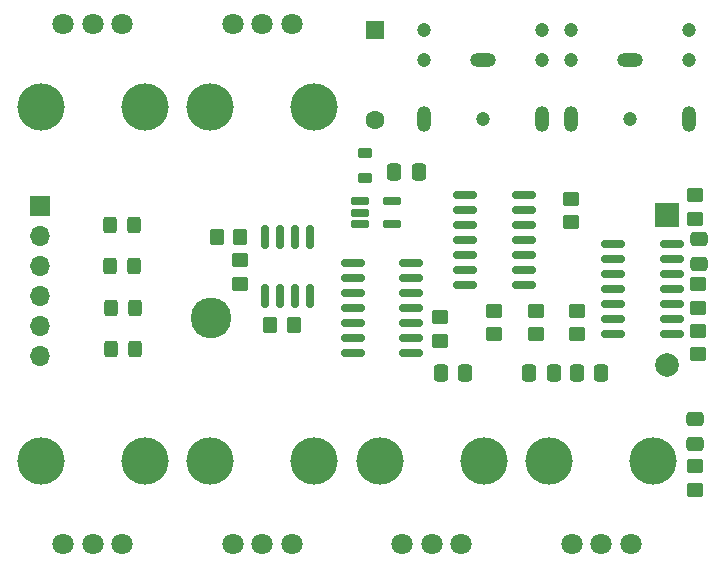
<source format=gbr>
%TF.GenerationSoftware,KiCad,Pcbnew,9.0.0*%
%TF.CreationDate,2025-05-14T01:56:31-07:00*%
%TF.ProjectId,ece223_project,65636532-3233-45f7-9072-6f6a6563742e,rev?*%
%TF.SameCoordinates,Original*%
%TF.FileFunction,Soldermask,Top*%
%TF.FilePolarity,Negative*%
%FSLAX46Y46*%
G04 Gerber Fmt 4.6, Leading zero omitted, Abs format (unit mm)*
G04 Created by KiCad (PCBNEW 9.0.0) date 2025-05-14 01:56:31*
%MOMM*%
%LPD*%
G01*
G04 APERTURE LIST*
G04 Aperture macros list*
%AMRoundRect*
0 Rectangle with rounded corners*
0 $1 Rounding radius*
0 $2 $3 $4 $5 $6 $7 $8 $9 X,Y pos of 4 corners*
0 Add a 4 corners polygon primitive as box body*
4,1,4,$2,$3,$4,$5,$6,$7,$8,$9,$2,$3,0*
0 Add four circle primitives for the rounded corners*
1,1,$1+$1,$2,$3*
1,1,$1+$1,$4,$5*
1,1,$1+$1,$6,$7*
1,1,$1+$1,$8,$9*
0 Add four rect primitives between the rounded corners*
20,1,$1+$1,$2,$3,$4,$5,0*
20,1,$1+$1,$4,$5,$6,$7,0*
20,1,$1+$1,$6,$7,$8,$9,0*
20,1,$1+$1,$8,$9,$2,$3,0*%
G04 Aperture macros list end*
%ADD10C,1.200000*%
%ADD11O,1.200000X2.200000*%
%ADD12O,2.200000X1.200000*%
%ADD13RoundRect,0.250000X-0.325000X-0.450000X0.325000X-0.450000X0.325000X0.450000X-0.325000X0.450000X0*%
%ADD14R,1.700000X1.700000*%
%ADD15O,1.700000X1.700000*%
%ADD16RoundRect,0.250000X0.337500X0.475000X-0.337500X0.475000X-0.337500X-0.475000X0.337500X-0.475000X0*%
%ADD17RoundRect,0.218750X0.381250X-0.218750X0.381250X0.218750X-0.381250X0.218750X-0.381250X-0.218750X0*%
%ADD18RoundRect,0.150000X-0.825000X-0.150000X0.825000X-0.150000X0.825000X0.150000X-0.825000X0.150000X0*%
%ADD19RoundRect,0.162500X-0.617500X-0.162500X0.617500X-0.162500X0.617500X0.162500X-0.617500X0.162500X0*%
%ADD20RoundRect,0.250000X0.350000X0.450000X-0.350000X0.450000X-0.350000X-0.450000X0.350000X-0.450000X0*%
%ADD21RoundRect,0.250000X0.450000X-0.350000X0.450000X0.350000X-0.450000X0.350000X-0.450000X-0.350000X0*%
%ADD22RoundRect,0.250000X0.475000X-0.337500X0.475000X0.337500X-0.475000X0.337500X-0.475000X-0.337500X0*%
%ADD23RoundRect,0.150000X0.825000X0.150000X-0.825000X0.150000X-0.825000X-0.150000X0.825000X-0.150000X0*%
%ADD24RoundRect,0.250000X-0.475000X0.337500X-0.475000X-0.337500X0.475000X-0.337500X0.475000X0.337500X0*%
%ADD25C,4.000000*%
%ADD26C,1.800000*%
%ADD27RoundRect,0.250000X-0.337500X-0.475000X0.337500X-0.475000X0.337500X0.475000X-0.337500X0.475000X0*%
%ADD28RoundRect,0.250000X-0.450000X0.350000X-0.450000X-0.350000X0.450000X-0.350000X0.450000X0.350000X0*%
%ADD29RoundRect,0.250000X-0.350000X-0.450000X0.350000X-0.450000X0.350000X0.450000X-0.350000X0.450000X0*%
%ADD30RoundRect,0.150000X0.150000X-0.825000X0.150000X0.825000X-0.150000X0.825000X-0.150000X-0.825000X0*%
%ADD31C,3.450000*%
%ADD32R,2.000000X2.000000*%
%ADD33C,2.000000*%
%ADD34RoundRect,0.250000X-0.550000X0.550000X-0.550000X-0.550000X0.550000X-0.550000X0.550000X0.550000X0*%
%ADD35C,1.600000*%
G04 APERTURE END LIST*
D10*
%TO.C,J2*%
X70500000Y-28000000D03*
X70500000Y-25500000D03*
X65500000Y-33000000D03*
X60500000Y-28000000D03*
X60500000Y-25500000D03*
D11*
X70500000Y-33000000D03*
D12*
X65500000Y-28000000D03*
D11*
X60500000Y-33000000D03*
%TD*%
D13*
%TO.C,D4*%
X34000000Y-52500000D03*
X36050000Y-52500000D03*
%TD*%
D14*
%TO.C,J1*%
X28000000Y-40380000D03*
D15*
X28000000Y-42920000D03*
X28000000Y-45460000D03*
X28000000Y-48000000D03*
X28000000Y-50540000D03*
X28000000Y-53080000D03*
%TD*%
D13*
%TO.C,D2*%
X33975000Y-45500000D03*
X36025000Y-45500000D03*
%TD*%
D16*
%TO.C,C8*%
X64037500Y-54500000D03*
X61962500Y-54500000D03*
%TD*%
D17*
%TO.C,L1*%
X55500000Y-38000000D03*
X55500000Y-35875000D03*
%TD*%
D18*
%TO.C,U4*%
X54525000Y-45190000D03*
X54525000Y-46460000D03*
X54525000Y-47730000D03*
X54525000Y-49000000D03*
X54525000Y-50270000D03*
X54525000Y-51540000D03*
X54525000Y-52810000D03*
X59475000Y-52810000D03*
X59475000Y-51540000D03*
X59475000Y-50270000D03*
X59475000Y-49000000D03*
X59475000Y-47730000D03*
X59475000Y-46460000D03*
X59475000Y-45190000D03*
%TD*%
D19*
%TO.C,U5*%
X55150000Y-40000000D03*
X55150000Y-40950000D03*
X55150000Y-41900000D03*
X57850000Y-41900000D03*
X57850000Y-40000000D03*
%TD*%
D16*
%TO.C,C11*%
X71537500Y-54500000D03*
X69462500Y-54500000D03*
%TD*%
D13*
%TO.C,D1*%
X33975000Y-42000000D03*
X36025000Y-42000000D03*
%TD*%
D20*
%TO.C,R11*%
X49500000Y-50500000D03*
X47500000Y-50500000D03*
%TD*%
D10*
%TO.C,J3*%
X83000000Y-28000000D03*
X83000000Y-25500000D03*
X78000000Y-33000000D03*
X73000000Y-28000000D03*
X73000000Y-25500000D03*
D11*
X83000000Y-33000000D03*
D12*
X78000000Y-28000000D03*
D11*
X73000000Y-33000000D03*
%TD*%
D21*
%TO.C,R14*%
X83500000Y-41500000D03*
X83500000Y-39500000D03*
%TD*%
D22*
%TO.C,C4*%
X83500000Y-60537500D03*
X83500000Y-58462500D03*
%TD*%
D21*
%TO.C,R12*%
X45000000Y-47000000D03*
X45000000Y-45000000D03*
%TD*%
D23*
%TO.C,U1*%
X81500000Y-51270000D03*
X81500000Y-50000000D03*
X81500000Y-48730000D03*
X81500000Y-47460000D03*
X81500000Y-46190000D03*
X81500000Y-44920000D03*
X81500000Y-43650000D03*
X76550000Y-43650000D03*
X76550000Y-44920000D03*
X76550000Y-46190000D03*
X76550000Y-47460000D03*
X76550000Y-48730000D03*
X76550000Y-50000000D03*
X76550000Y-51270000D03*
%TD*%
D24*
%TO.C,C5*%
X83808728Y-43228381D03*
X83808728Y-45303381D03*
%TD*%
D25*
%TO.C,RV6*%
X51250000Y-32000000D03*
X42450000Y-32000000D03*
D26*
X44350000Y-25000000D03*
X46850000Y-25000000D03*
X49350000Y-25000000D03*
%TD*%
D27*
%TO.C,C1*%
X58000000Y-37500000D03*
X60075000Y-37500000D03*
%TD*%
D21*
%TO.C,R22*%
X73000000Y-41770000D03*
X73000000Y-39770000D03*
%TD*%
D25*
%TO.C,RV2*%
X28100000Y-62000000D03*
X36900000Y-62000000D03*
D26*
X35000000Y-69000000D03*
X32500000Y-69000000D03*
X30000000Y-69000000D03*
%TD*%
D25*
%TO.C,RV5*%
X71150000Y-62000000D03*
X79950000Y-62000000D03*
D26*
X78050000Y-69000000D03*
X75550000Y-69000000D03*
X73050000Y-69000000D03*
%TD*%
D28*
%TO.C,R20*%
X70000000Y-49270000D03*
X70000000Y-51270000D03*
%TD*%
%TO.C,R19*%
X66500000Y-49270000D03*
X66500000Y-51270000D03*
%TD*%
D18*
%TO.C,U3*%
X64025000Y-39460000D03*
X64025000Y-40730000D03*
X64025000Y-42000000D03*
X64025000Y-43270000D03*
X64025000Y-44540000D03*
X64025000Y-45810000D03*
X64025000Y-47080000D03*
X68975000Y-47080000D03*
X68975000Y-45810000D03*
X68975000Y-44540000D03*
X68975000Y-43270000D03*
X68975000Y-42000000D03*
X68975000Y-40730000D03*
X68975000Y-39460000D03*
%TD*%
D28*
%TO.C,R9*%
X83756554Y-50949585D03*
X83756554Y-52949585D03*
%TD*%
D25*
%TO.C,RV4*%
X56800000Y-62000000D03*
X65600000Y-62000000D03*
D26*
X63700000Y-69000000D03*
X61200000Y-69000000D03*
X58700000Y-69000000D03*
%TD*%
D29*
%TO.C,R15*%
X43000000Y-43000000D03*
X45000000Y-43000000D03*
%TD*%
D27*
%TO.C,C10*%
X73462500Y-54500000D03*
X75537500Y-54500000D03*
%TD*%
D28*
%TO.C,R18*%
X61875910Y-49818500D03*
X61875910Y-51818500D03*
%TD*%
D25*
%TO.C,RV1*%
X36900000Y-32000000D03*
X28100000Y-32000000D03*
D26*
X30000000Y-25000000D03*
X32500000Y-25000000D03*
X35000000Y-25000000D03*
%TD*%
D13*
%TO.C,D3*%
X34000000Y-49000000D03*
X36050000Y-49000000D03*
%TD*%
D25*
%TO.C,RV3*%
X42450000Y-62000000D03*
X51250000Y-62000000D03*
D26*
X49350000Y-69000000D03*
X46850000Y-69000000D03*
X44350000Y-69000000D03*
%TD*%
D28*
%TO.C,R21*%
X73500000Y-49270000D03*
X73500000Y-51270000D03*
%TD*%
%TO.C,R13*%
X83473393Y-62430892D03*
X83473393Y-64430892D03*
%TD*%
%TO.C,R8*%
X83776966Y-47000000D03*
X83776966Y-49000000D03*
%TD*%
D30*
%TO.C,U2*%
X47095000Y-47975000D03*
X48365000Y-47975000D03*
X49635000Y-47975000D03*
X50905000Y-47975000D03*
X50905000Y-43025000D03*
X49635000Y-43025000D03*
X48365000Y-43025000D03*
X47095000Y-43025000D03*
%TD*%
D31*
%TO.C,BT1*%
X42530000Y-49850000D03*
D32*
X81140000Y-41150000D03*
D33*
X81140000Y-53850000D03*
%TD*%
D34*
%TO.C,SW1*%
X56393778Y-25482500D03*
D35*
X56393778Y-33102500D03*
%TD*%
M02*

</source>
